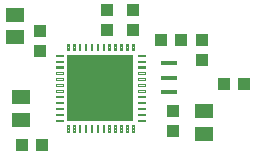
<source format=gbr>
G04 EAGLE Gerber RS-274X export*
G75*
%MOMM*%
%FSLAX34Y34*%
%LPD*%
%INSolderpaste Bottom*%
%IPPOS*%
%AMOC8*
5,1,8,0,0,1.08239X$1,22.5*%
G01*
%ADD10R,1.000000X1.100000*%
%ADD11R,1.500000X1.300000*%
%ADD12C,0.124994*%
%ADD13R,5.699988X5.699988*%
%ADD14R,1.399997X0.400000*%
%ADD15R,1.100000X1.000000*%


D10*
X432090Y369521D03*
X432090Y386521D03*
D11*
X433587Y307328D03*
X433587Y326328D03*
D12*
X377827Y373077D02*
X377827Y374327D01*
X383577Y374327D01*
X383577Y373077D01*
X377827Y373077D01*
X377827Y374264D02*
X383577Y374264D01*
X377827Y369327D02*
X377827Y368077D01*
X377827Y369327D02*
X383577Y369327D01*
X383577Y368077D01*
X377827Y368077D01*
X377827Y369264D02*
X383577Y369264D01*
X377827Y364327D02*
X377827Y363077D01*
X377827Y364327D02*
X383577Y364327D01*
X383577Y363077D01*
X377827Y363077D01*
X377827Y364264D02*
X383577Y364264D01*
X377827Y359327D02*
X377827Y358077D01*
X377827Y359327D02*
X383577Y359327D01*
X383577Y358077D01*
X377827Y358077D01*
X377827Y359264D02*
X383577Y359264D01*
X377827Y354327D02*
X377827Y353077D01*
X377827Y354327D02*
X383577Y354327D01*
X383577Y353077D01*
X377827Y353077D01*
X377827Y354264D02*
X383577Y354264D01*
X377827Y349327D02*
X377827Y348077D01*
X377827Y349327D02*
X383577Y349327D01*
X383577Y348077D01*
X377827Y348077D01*
X377827Y349264D02*
X383577Y349264D01*
X377827Y344327D02*
X377827Y343077D01*
X377827Y344327D02*
X383577Y344327D01*
X383577Y343077D01*
X377827Y343077D01*
X377827Y344264D02*
X383577Y344264D01*
X377827Y339327D02*
X377827Y338077D01*
X377827Y339327D02*
X383577Y339327D01*
X383577Y338077D01*
X377827Y338077D01*
X377827Y339264D02*
X383577Y339264D01*
X377827Y334327D02*
X377827Y333077D01*
X377827Y334327D02*
X383577Y334327D01*
X383577Y333077D01*
X377827Y333077D01*
X377827Y334264D02*
X383577Y334264D01*
X377827Y329327D02*
X377827Y328077D01*
X377827Y329327D02*
X383577Y329327D01*
X383577Y328077D01*
X377827Y328077D01*
X377827Y329264D02*
X383577Y329264D01*
X377827Y324327D02*
X377827Y323077D01*
X377827Y324327D02*
X383577Y324327D01*
X383577Y323077D01*
X377827Y323077D01*
X377827Y324264D02*
X383577Y324264D01*
X377827Y319327D02*
X377827Y318077D01*
X377827Y319327D02*
X383577Y319327D01*
X383577Y318077D01*
X377827Y318077D01*
X377827Y319264D02*
X383577Y319264D01*
X374327Y314577D02*
X373077Y314577D01*
X374327Y314577D02*
X374327Y308827D01*
X373077Y308827D01*
X373077Y314577D01*
X373077Y310014D02*
X374327Y310014D01*
X374327Y311201D02*
X373077Y311201D01*
X373077Y312388D02*
X374327Y312388D01*
X374327Y313575D02*
X373077Y313575D01*
X369327Y314577D02*
X368077Y314577D01*
X369327Y314577D02*
X369327Y308827D01*
X368077Y308827D01*
X368077Y314577D01*
X368077Y310014D02*
X369327Y310014D01*
X369327Y311201D02*
X368077Y311201D01*
X368077Y312388D02*
X369327Y312388D01*
X369327Y313575D02*
X368077Y313575D01*
X364327Y314577D02*
X363077Y314577D01*
X364327Y314577D02*
X364327Y308827D01*
X363077Y308827D01*
X363077Y314577D01*
X363077Y310014D02*
X364327Y310014D01*
X364327Y311201D02*
X363077Y311201D01*
X363077Y312388D02*
X364327Y312388D01*
X364327Y313575D02*
X363077Y313575D01*
X359327Y314577D02*
X358077Y314577D01*
X359327Y314577D02*
X359327Y308827D01*
X358077Y308827D01*
X358077Y314577D01*
X358077Y310014D02*
X359327Y310014D01*
X359327Y311201D02*
X358077Y311201D01*
X358077Y312388D02*
X359327Y312388D01*
X359327Y313575D02*
X358077Y313575D01*
X354327Y314577D02*
X353077Y314577D01*
X354327Y314577D02*
X354327Y308827D01*
X353077Y308827D01*
X353077Y314577D01*
X353077Y310014D02*
X354327Y310014D01*
X354327Y311201D02*
X353077Y311201D01*
X353077Y312388D02*
X354327Y312388D01*
X354327Y313575D02*
X353077Y313575D01*
X349327Y314577D02*
X348077Y314577D01*
X349327Y314577D02*
X349327Y308827D01*
X348077Y308827D01*
X348077Y314577D01*
X348077Y310014D02*
X349327Y310014D01*
X349327Y311201D02*
X348077Y311201D01*
X348077Y312388D02*
X349327Y312388D01*
X349327Y313575D02*
X348077Y313575D01*
X344327Y314577D02*
X343077Y314577D01*
X344327Y314577D02*
X344327Y308827D01*
X343077Y308827D01*
X343077Y314577D01*
X343077Y310014D02*
X344327Y310014D01*
X344327Y311201D02*
X343077Y311201D01*
X343077Y312388D02*
X344327Y312388D01*
X344327Y313575D02*
X343077Y313575D01*
X339327Y314577D02*
X338077Y314577D01*
X339327Y314577D02*
X339327Y308827D01*
X338077Y308827D01*
X338077Y314577D01*
X338077Y310014D02*
X339327Y310014D01*
X339327Y311201D02*
X338077Y311201D01*
X338077Y312388D02*
X339327Y312388D01*
X339327Y313575D02*
X338077Y313575D01*
X334327Y314577D02*
X333077Y314577D01*
X334327Y314577D02*
X334327Y308827D01*
X333077Y308827D01*
X333077Y314577D01*
X333077Y310014D02*
X334327Y310014D01*
X334327Y311201D02*
X333077Y311201D01*
X333077Y312388D02*
X334327Y312388D01*
X334327Y313575D02*
X333077Y313575D01*
X329327Y314577D02*
X328077Y314577D01*
X329327Y314577D02*
X329327Y308827D01*
X328077Y308827D01*
X328077Y314577D01*
X328077Y310014D02*
X329327Y310014D01*
X329327Y311201D02*
X328077Y311201D01*
X328077Y312388D02*
X329327Y312388D01*
X329327Y313575D02*
X328077Y313575D01*
X324327Y314577D02*
X323077Y314577D01*
X324327Y314577D02*
X324327Y308827D01*
X323077Y308827D01*
X323077Y314577D01*
X323077Y310014D02*
X324327Y310014D01*
X324327Y311201D02*
X323077Y311201D01*
X323077Y312388D02*
X324327Y312388D01*
X324327Y313575D02*
X323077Y313575D01*
X319327Y314577D02*
X318077Y314577D01*
X319327Y314577D02*
X319327Y308827D01*
X318077Y308827D01*
X318077Y314577D01*
X318077Y310014D02*
X319327Y310014D01*
X319327Y311201D02*
X318077Y311201D01*
X318077Y312388D02*
X319327Y312388D01*
X319327Y313575D02*
X318077Y313575D01*
X314577Y318077D02*
X314577Y319327D01*
X314577Y318077D02*
X308827Y318077D01*
X308827Y319327D01*
X314577Y319327D01*
X314577Y319264D02*
X308827Y319264D01*
X314577Y323077D02*
X314577Y324327D01*
X314577Y323077D02*
X308827Y323077D01*
X308827Y324327D01*
X314577Y324327D01*
X314577Y324264D02*
X308827Y324264D01*
X314577Y328077D02*
X314577Y329327D01*
X314577Y328077D02*
X308827Y328077D01*
X308827Y329327D01*
X314577Y329327D01*
X314577Y329264D02*
X308827Y329264D01*
X314577Y333077D02*
X314577Y334327D01*
X314577Y333077D02*
X308827Y333077D01*
X308827Y334327D01*
X314577Y334327D01*
X314577Y334264D02*
X308827Y334264D01*
X314577Y338077D02*
X314577Y339327D01*
X314577Y338077D02*
X308827Y338077D01*
X308827Y339327D01*
X314577Y339327D01*
X314577Y339264D02*
X308827Y339264D01*
X314577Y343077D02*
X314577Y344327D01*
X314577Y343077D02*
X308827Y343077D01*
X308827Y344327D01*
X314577Y344327D01*
X314577Y344264D02*
X308827Y344264D01*
X314577Y348077D02*
X314577Y349327D01*
X314577Y348077D02*
X308827Y348077D01*
X308827Y349327D01*
X314577Y349327D01*
X314577Y349264D02*
X308827Y349264D01*
X314577Y353077D02*
X314577Y354327D01*
X314577Y353077D02*
X308827Y353077D01*
X308827Y354327D01*
X314577Y354327D01*
X314577Y354264D02*
X308827Y354264D01*
X314577Y358077D02*
X314577Y359327D01*
X314577Y358077D02*
X308827Y358077D01*
X308827Y359327D01*
X314577Y359327D01*
X314577Y359264D02*
X308827Y359264D01*
X314577Y363077D02*
X314577Y364327D01*
X314577Y363077D02*
X308827Y363077D01*
X308827Y364327D01*
X314577Y364327D01*
X314577Y364264D02*
X308827Y364264D01*
X314577Y368077D02*
X314577Y369327D01*
X314577Y368077D02*
X308827Y368077D01*
X308827Y369327D01*
X314577Y369327D01*
X314577Y369264D02*
X308827Y369264D01*
X314577Y373077D02*
X314577Y374327D01*
X314577Y373077D02*
X308827Y373077D01*
X308827Y374327D01*
X314577Y374327D01*
X314577Y374264D02*
X308827Y374264D01*
X318077Y377827D02*
X319327Y377827D01*
X318077Y377827D02*
X318077Y383577D01*
X319327Y383577D01*
X319327Y377827D01*
X319327Y379014D02*
X318077Y379014D01*
X318077Y380201D02*
X319327Y380201D01*
X319327Y381388D02*
X318077Y381388D01*
X318077Y382575D02*
X319327Y382575D01*
X323077Y377827D02*
X324327Y377827D01*
X323077Y377827D02*
X323077Y383577D01*
X324327Y383577D01*
X324327Y377827D01*
X324327Y379014D02*
X323077Y379014D01*
X323077Y380201D02*
X324327Y380201D01*
X324327Y381388D02*
X323077Y381388D01*
X323077Y382575D02*
X324327Y382575D01*
X328077Y377827D02*
X329327Y377827D01*
X328077Y377827D02*
X328077Y383577D01*
X329327Y383577D01*
X329327Y377827D01*
X329327Y379014D02*
X328077Y379014D01*
X328077Y380201D02*
X329327Y380201D01*
X329327Y381388D02*
X328077Y381388D01*
X328077Y382575D02*
X329327Y382575D01*
X333077Y377827D02*
X334327Y377827D01*
X333077Y377827D02*
X333077Y383577D01*
X334327Y383577D01*
X334327Y377827D01*
X334327Y379014D02*
X333077Y379014D01*
X333077Y380201D02*
X334327Y380201D01*
X334327Y381388D02*
X333077Y381388D01*
X333077Y382575D02*
X334327Y382575D01*
X338077Y377827D02*
X339327Y377827D01*
X338077Y377827D02*
X338077Y383577D01*
X339327Y383577D01*
X339327Y377827D01*
X339327Y379014D02*
X338077Y379014D01*
X338077Y380201D02*
X339327Y380201D01*
X339327Y381388D02*
X338077Y381388D01*
X338077Y382575D02*
X339327Y382575D01*
X343077Y377827D02*
X344327Y377827D01*
X343077Y377827D02*
X343077Y383577D01*
X344327Y383577D01*
X344327Y377827D01*
X344327Y379014D02*
X343077Y379014D01*
X343077Y380201D02*
X344327Y380201D01*
X344327Y381388D02*
X343077Y381388D01*
X343077Y382575D02*
X344327Y382575D01*
X348077Y377827D02*
X349327Y377827D01*
X348077Y377827D02*
X348077Y383577D01*
X349327Y383577D01*
X349327Y377827D01*
X349327Y379014D02*
X348077Y379014D01*
X348077Y380201D02*
X349327Y380201D01*
X349327Y381388D02*
X348077Y381388D01*
X348077Y382575D02*
X349327Y382575D01*
X353077Y377827D02*
X354327Y377827D01*
X353077Y377827D02*
X353077Y383577D01*
X354327Y383577D01*
X354327Y377827D01*
X354327Y379014D02*
X353077Y379014D01*
X353077Y380201D02*
X354327Y380201D01*
X354327Y381388D02*
X353077Y381388D01*
X353077Y382575D02*
X354327Y382575D01*
X358077Y377827D02*
X359327Y377827D01*
X358077Y377827D02*
X358077Y383577D01*
X359327Y383577D01*
X359327Y377827D01*
X359327Y379014D02*
X358077Y379014D01*
X358077Y380201D02*
X359327Y380201D01*
X359327Y381388D02*
X358077Y381388D01*
X358077Y382575D02*
X359327Y382575D01*
X363077Y377827D02*
X364327Y377827D01*
X363077Y377827D02*
X363077Y383577D01*
X364327Y383577D01*
X364327Y377827D01*
X364327Y379014D02*
X363077Y379014D01*
X363077Y380201D02*
X364327Y380201D01*
X364327Y381388D02*
X363077Y381388D01*
X363077Y382575D02*
X364327Y382575D01*
X368077Y377827D02*
X369327Y377827D01*
X368077Y377827D02*
X368077Y383577D01*
X369327Y383577D01*
X369327Y377827D01*
X369327Y379014D02*
X368077Y379014D01*
X368077Y380201D02*
X369327Y380201D01*
X369327Y381388D02*
X368077Y381388D01*
X368077Y382575D02*
X369327Y382575D01*
X373077Y377827D02*
X374327Y377827D01*
X373077Y377827D02*
X373077Y383577D01*
X374327Y383577D01*
X374327Y377827D01*
X374327Y379014D02*
X373077Y379014D01*
X373077Y380201D02*
X374327Y380201D01*
X374327Y381388D02*
X373077Y381388D01*
X373077Y382575D02*
X374327Y382575D01*
D13*
X346202Y346202D03*
D14*
X404335Y366820D03*
X404335Y354820D03*
X404335Y342820D03*
D15*
X352100Y411972D03*
X352100Y394972D03*
D11*
X279212Y338293D03*
X279212Y319293D03*
X273873Y388889D03*
X273873Y407889D03*
D10*
X407266Y309424D03*
X407266Y326424D03*
X373883Y395124D03*
X373883Y412124D03*
X295476Y377115D03*
X295476Y394115D03*
D15*
X296838Y297480D03*
X279838Y297480D03*
X397659Y386474D03*
X414659Y386474D03*
D10*
X467463Y349413D03*
X450463Y349413D03*
M02*

</source>
